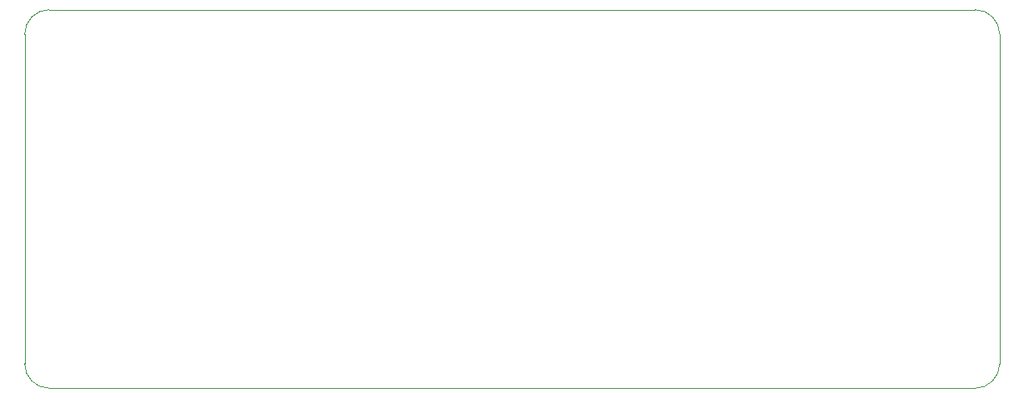
<source format=gbr>
%TF.GenerationSoftware,KiCad,Pcbnew,(5.1.10-1-10_14)*%
%TF.CreationDate,2021-07-19T22:49:48+10:00*%
%TF.ProjectId,samd21_gps_tracker,73616d64-3231-45f6-9770-735f74726163,rev?*%
%TF.SameCoordinates,Original*%
%TF.FileFunction,Profile,NP*%
%FSLAX46Y46*%
G04 Gerber Fmt 4.6, Leading zero omitted, Abs format (unit mm)*
G04 Created by KiCad (PCBNEW (5.1.10-1-10_14)) date 2021-07-19 22:49:48*
%MOMM*%
%LPD*%
G01*
G04 APERTURE LIST*
%TA.AperFunction,Profile*%
%ADD10C,0.050000*%
%TD*%
G04 APERTURE END LIST*
D10*
X237500000Y-73500000D02*
G75*
G02*
X235000000Y-76000000I-2500000J0D01*
G01*
X235000000Y-37500000D02*
G75*
G02*
X237500000Y-40000000I0J-2500000D01*
G01*
X138500000Y-40000000D02*
G75*
G02*
X141000000Y-37500000I2500000J0D01*
G01*
X141000000Y-76000000D02*
G75*
G02*
X138500000Y-73500000I0J2500000D01*
G01*
X138500000Y-73500000D02*
X138500000Y-40000000D01*
X235000000Y-76000000D02*
X141000000Y-76000000D01*
X237500000Y-40000000D02*
X237500000Y-73500000D01*
X141000000Y-37500000D02*
X235000000Y-37500000D01*
M02*

</source>
